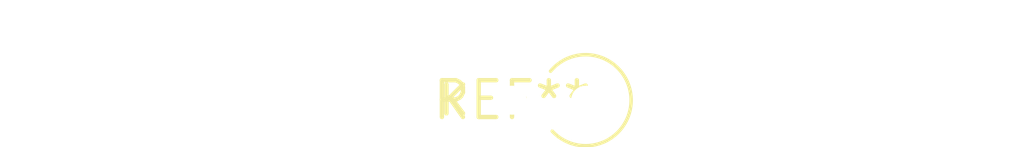
<source format=kicad_pcb>
(kicad_pcb (version 20240108) (generator pcbnew)
  (layers (0 "F.Cu" signal) (31 "B.Cu" signal) (34 "B.Paste" user) (35 "F.Paste" user) (36 "B.SilkS" user "B.Silkscreen") (37 "F.SilkS" user "F.Silkscreen") (38 "B.Mask" user) (39 "F.Mask" user) (44 "Edge.Cuts" user))
  (net 0 "")
  (footprint "D_T-1_P2.54mm_Vertical_KathodeUp" (layer "F.Cu") (at 0 0)
    (property "Reference" "REF**")
    (property "Value" "D_T-1_P2.54mm_Vertical_KathodeUp")
    (fp_arc (start 1.329228 -1) (mid 4.10969 -0.045178) (end 1.388747 1.067982) (layer "F.SilkS") (stroke (width 0.12)))
    (fp_text user "K" (at -2 0 0) (layer "F.SilkS"))
    (pad "1" thru_hole rect (at 0 0) (size 2 2) (drill 1) (layers *.Cu *.Mask) (remove_unused_layers))
    (pad "2" thru_hole oval (at 2.54 0) (size 2 2) (drill 1) (layers *.Cu *.Mask) (remove_unused_layers))
  )
)
</source>
